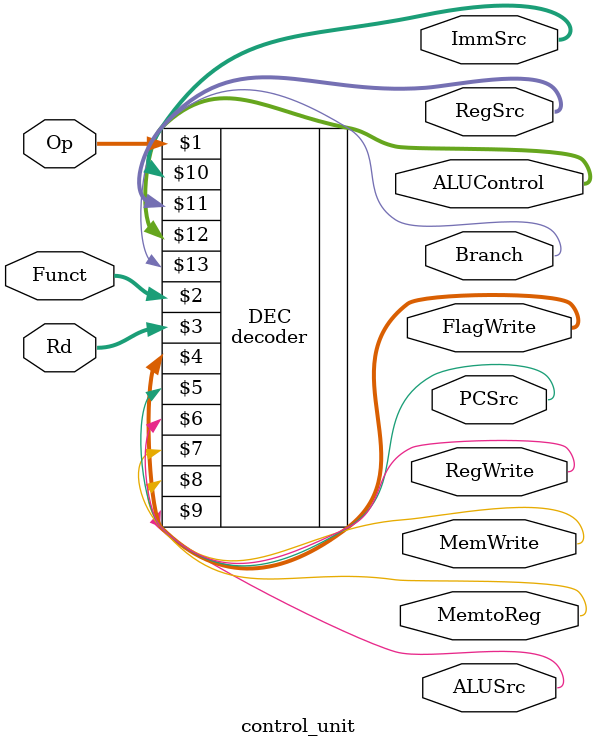
<source format=sv>
`timescale 1ns / 1ps

module control_unit(input logic [1:0] Op,
                    input logic [5:0] Funct,
                    input logic [3:0] Rd,
                    // Outputs
                    output logic PCSrc,
                    output logic RegWrite,
                    output logic MemtoReg,
                    output logic MemWrite,
                    output logic [1:0] ALUControl,
                    output logic Branch,
                    output logic ALUSrc,
                    output logic [1:0] FlagWrite,
                    output logic [1:0] ImmSrc,
                    output logic [1:0] RegSrc);
    // Decoder
    decoder DEC(Op, Funct, Rd, FlagWrite, PCSrc, RegWrite, MemWrite, MemtoReg, ALUSrc, ImmSrc, RegSrc, ALUControl, Branch);
endmodule
</source>
